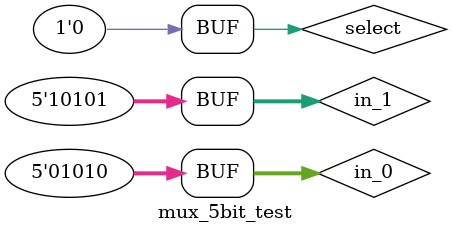
<source format=v>
`timescale 1 ns / 1 ns
module mux_5_bit(in_0, in_1, out, select);
    input [4:0] in_0, in_1;
    input select;
    output reg [4:0] out;

    always @(in_0, in_1, select) begin
        if (select == 1'b0)
            out = in_0;
        else if (select == 1'b1)
            out = in_1;
    end
endmodule

module mux_5bit_test();
    reg [4:0] in_0, in_1;
    reg select;
    wire [4:0] out;

    mux_5_bit mux_5_bit_test(in_0, in_1, out, select);
    initial begin
        in_0 = 5'b00000;
        in_1 = 5'b11111;
        select = 1'b0;
        #1000 select = 1'b1;
        #1000 in_1 = 5'b10101;
        #1000 in_0 = 5'b01010;
        select = 1'b0;
        #1000;
    end
endmodule
</source>
